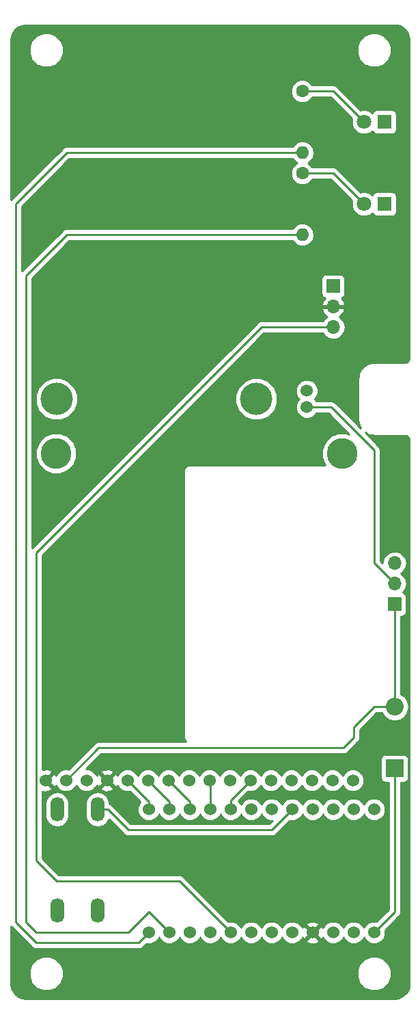
<source format=gbr>
G04 #@! TF.GenerationSoftware,KiCad,Pcbnew,(5.0.0-3-g5ebb6b6)*
G04 #@! TF.CreationDate,2018-09-18T11:26:02-04:00*
G04 #@! TF.ProjectId,mapH,6D6170482E6B696361645F7063620000,rev?*
G04 #@! TF.SameCoordinates,Original*
G04 #@! TF.FileFunction,Copper,L1,Top,Signal*
G04 #@! TF.FilePolarity,Positive*
%FSLAX46Y46*%
G04 Gerber Fmt 4.6, Leading zero omitted, Abs format (unit mm)*
G04 Created by KiCad (PCBNEW (5.0.0-3-g5ebb6b6)) date Tuesday, September 18, 2018 at 11:26:02 AM*
%MOMM*%
%LPD*%
G01*
G04 APERTURE LIST*
G04 #@! TA.AperFunction,ComponentPad*
%ADD10R,2.200000X2.200000*%
G04 #@! TD*
G04 #@! TA.AperFunction,ComponentPad*
%ADD11O,2.200000X2.200000*%
G04 #@! TD*
G04 #@! TA.AperFunction,ComponentPad*
%ADD12R,1.800000X1.800000*%
G04 #@! TD*
G04 #@! TA.AperFunction,ComponentPad*
%ADD13C,1.800000*%
G04 #@! TD*
G04 #@! TA.AperFunction,ComponentPad*
%ADD14C,1.524000*%
G04 #@! TD*
G04 #@! TA.AperFunction,ComponentPad*
%ADD15C,1.600000*%
G04 #@! TD*
G04 #@! TA.AperFunction,ComponentPad*
%ADD16O,1.600000X1.600000*%
G04 #@! TD*
G04 #@! TA.AperFunction,ComponentPad*
%ADD17O,1.727200X3.048000*%
G04 #@! TD*
G04 #@! TA.AperFunction,ComponentPad*
%ADD18C,3.810000*%
G04 #@! TD*
G04 #@! TA.AperFunction,WasherPad*
%ADD19C,4.000000*%
G04 #@! TD*
G04 #@! TA.AperFunction,ComponentPad*
%ADD20R,1.700000X1.700000*%
G04 #@! TD*
G04 #@! TA.AperFunction,ComponentPad*
%ADD21O,1.700000X1.700000*%
G04 #@! TD*
G04 #@! TA.AperFunction,Conductor*
%ADD22C,0.250000*%
G04 #@! TD*
G04 #@! TA.AperFunction,Conductor*
%ADD23C,0.254000*%
G04 #@! TD*
G04 APERTURE END LIST*
D10*
G04 #@! TO.P,D1,1*
G04 #@! TO.N,Net-(D1-Pad1)*
X172720000Y-125730000D03*
D11*
G04 #@! TO.P,D1,2*
G04 #@! TO.N,BAT+*
X172720000Y-118110000D03*
G04 #@! TD*
D12*
G04 #@! TO.P,D2,1*
G04 #@! TO.N,GND*
X171450000Y-55880000D03*
D13*
G04 #@! TO.P,D2,2*
G04 #@! TO.N,Net-(D2-Pad2)*
X168910000Y-55880000D03*
G04 #@! TD*
D12*
G04 #@! TO.P,D3,1*
G04 #@! TO.N,GND*
X171450000Y-45720000D03*
D13*
G04 #@! TO.P,D3,2*
G04 #@! TO.N,Net-(D3-Pad2)*
X168910000Y-45720000D03*
G04 #@! TD*
D14*
G04 #@! TO.P,J2,2*
G04 #@! TO.N,GND*
X161830000Y-79010000D03*
G04 #@! TO.P,J2,1*
G04 #@! TO.N,Net-(J2-Pad1)*
X161830000Y-81010000D03*
G04 #@! TD*
D15*
G04 #@! TO.P,R1,1*
G04 #@! TO.N,Net-(D2-Pad2)*
X161290000Y-52070000D03*
D16*
G04 #@! TO.P,R1,2*
G04 #@! TO.N,Net-(R1-Pad2)*
X161290000Y-59690000D03*
G04 #@! TD*
D15*
G04 #@! TO.P,R2,1*
G04 #@! TO.N,Net-(D3-Pad2)*
X161290000Y-41910000D03*
D16*
G04 #@! TO.P,R2,2*
G04 #@! TO.N,Net-(R2-Pad2)*
X161290000Y-49530000D03*
G04 #@! TD*
D17*
G04 #@! TO.P,S2,1*
G04 #@! TO.N,INT0*
X135890000Y-143310000D03*
G04 #@! TO.P,S2,2*
G04 #@! TO.N,GND*
X130890000Y-143310000D03*
G04 #@! TO.P,S2,1*
G04 #@! TO.N,INT0*
X135890000Y-130810000D03*
G04 #@! TO.P,S2,2*
G04 #@! TO.N,GND*
X130890000Y-130810000D03*
G04 #@! TD*
D18*
G04 #@! TO.P,U1,18*
G04 #@! TO.N,N/C*
X166251100Y-86753600D03*
D14*
G04 #@! TO.P,U1,1*
G04 #@! TO.N,VCC*
X129451100Y-127228600D03*
G04 #@! TO.P,U1,2*
G04 #@! TO.N,BAT+*
X131991100Y-127228600D03*
G04 #@! TO.P,U1,3*
G04 #@! TO.N,GND*
X134531100Y-127228600D03*
G04 #@! TO.P,U1,4*
G04 #@! TO.N,VCC*
X137071100Y-127228600D03*
G04 #@! TO.P,U1,5*
G04 #@! TO.N,Net-(U1-Pad5)*
X139611100Y-127228600D03*
G04 #@! TO.P,U1,6*
G04 #@! TO.N,Net-(U1-Pad6)*
X142151100Y-127228600D03*
G04 #@! TO.P,U1,7*
G04 #@! TO.N,Net-(U1-Pad7)*
X144691100Y-127228600D03*
G04 #@! TO.P,U1,8*
G04 #@! TO.N,Net-(U1-Pad8)*
X147231100Y-127228600D03*
G04 #@! TO.P,U1,9*
G04 #@! TO.N,Net-(U1-Pad9)*
X149771100Y-127228600D03*
G04 #@! TO.P,U1,10*
G04 #@! TO.N,Net-(U1-Pad10)*
X152311100Y-127228600D03*
G04 #@! TO.P,U1,11*
G04 #@! TO.N,Net-(U1-Pad11)*
X154851100Y-127228600D03*
G04 #@! TO.P,U1,12*
G04 #@! TO.N,Net-(U1-Pad12)*
X157391100Y-127228600D03*
G04 #@! TO.P,U1,13*
G04 #@! TO.N,Net-(U1-Pad13)*
X159931100Y-127228600D03*
G04 #@! TO.P,U1,14*
G04 #@! TO.N,Net-(U1-Pad14)*
X162471100Y-127228600D03*
G04 #@! TO.P,U1,15*
G04 #@! TO.N,Net-(U1-Pad15)*
X165011100Y-127228600D03*
G04 #@! TO.P,U1,16*
G04 #@! TO.N,Net-(U1-Pad16)*
X167551100Y-127228600D03*
D18*
G04 #@! TO.P,U1,17*
G04 #@! TO.N,N/C*
X130751100Y-86753600D03*
G04 #@! TD*
D19*
G04 #@! TO.P,REF\002A\002A,*
G04 #@! TO.N,*
X130810000Y-80010000D03*
X155575000Y-80010000D03*
G04 #@! TD*
D20*
G04 #@! TO.P,J1,1*
G04 #@! TO.N,GND*
X165100000Y-66040000D03*
D21*
G04 #@! TO.P,J1,2*
G04 #@! TO.N,VCC*
X165100000Y-68580000D03*
G04 #@! TO.P,J1,3*
G04 #@! TO.N,Net-(J1-Pad3)*
X165100000Y-71120000D03*
G04 #@! TD*
D20*
G04 #@! TO.P,S1,1*
G04 #@! TO.N,BAT+*
X172720000Y-105410000D03*
D21*
G04 #@! TO.P,S1,2*
G04 #@! TO.N,Net-(J2-Pad1)*
X172720000Y-102870000D03*
G04 #@! TO.P,S1,3*
G04 #@! TO.N,Net-(S1-Pad3)*
X172720000Y-100330000D03*
G04 #@! TD*
D14*
G04 #@! TO.P,uP1,7*
G04 #@! TO.N,Net-(uP1-Pad7)*
X170180000Y-130810000D03*
G04 #@! TO.P,uP1,8*
G04 #@! TO.N,Net-(uP1-Pad8)*
X167640000Y-130810000D03*
G04 #@! TO.P,uP1,9*
G04 #@! TO.N,Net-(uP1-Pad9)*
X165100000Y-130810000D03*
G04 #@! TO.P,uP1,10*
G04 #@! TO.N,GND*
X162560000Y-130810000D03*
G04 #@! TO.P,uP1,11*
G04 #@! TO.N,INT0*
X160020000Y-130810000D03*
G04 #@! TO.P,uP1,12*
G04 #@! TO.N,Net-(uP1-Pad12)*
X157480000Y-130810000D03*
G04 #@! TO.P,uP1,13*
G04 #@! TO.N,Net-(uP1-Pad13)*
X154940000Y-130810000D03*
G04 #@! TO.P,uP1,14*
G04 #@! TO.N,Net-(U1-Pad11)*
X152400000Y-130810000D03*
G04 #@! TO.P,uP1,15*
G04 #@! TO.N,Net-(U1-Pad9)*
X149860000Y-130810000D03*
G04 #@! TO.P,uP1,16*
G04 #@! TO.N,Net-(U1-Pad7)*
X147320000Y-130810000D03*
G04 #@! TO.P,uP1,17*
G04 #@! TO.N,Net-(U1-Pad6)*
X144780000Y-130810000D03*
G04 #@! TO.P,uP1,18*
G04 #@! TO.N,Net-(U1-Pad5)*
X142240000Y-130810000D03*
G04 #@! TO.P,uP1,30*
G04 #@! TO.N,Net-(R2-Pad2)*
X142240000Y-146050000D03*
G04 #@! TO.P,uP1,29*
G04 #@! TO.N,Net-(R1-Pad2)*
X144780000Y-146050000D03*
G04 #@! TO.P,uP1,28*
G04 #@! TO.N,Net-(uP1-Pad28)*
X147320000Y-146050000D03*
G04 #@! TO.P,uP1,27*
G04 #@! TO.N,Net-(uP1-Pad27)*
X149860000Y-146050000D03*
G04 #@! TO.P,uP1,26*
G04 #@! TO.N,Net-(J1-Pad3)*
X152400000Y-146050000D03*
G04 #@! TO.P,uP1,25*
G04 #@! TO.N,Net-(uP1-Pad25)*
X154940000Y-146050000D03*
G04 #@! TO.P,uP1,24*
G04 #@! TO.N,Net-(uP1-Pad24)*
X157480000Y-146050000D03*
G04 #@! TO.P,uP1,23*
G04 #@! TO.N,Net-(uP1-Pad23)*
X160020000Y-146050000D03*
G04 #@! TO.P,uP1,22*
G04 #@! TO.N,VCC*
X162560000Y-146050000D03*
G04 #@! TO.P,uP1,21*
G04 #@! TO.N,Net-(uP1-Pad21)*
X165100000Y-146050000D03*
G04 #@! TO.P,uP1,20*
G04 #@! TO.N,GND*
X167640000Y-146050000D03*
G04 #@! TO.P,uP1,19*
G04 #@! TO.N,Net-(D1-Pad1)*
X170180000Y-146050000D03*
G04 #@! TD*
D22*
G04 #@! TO.N,Net-(D2-Pad2)*
X161290000Y-52070000D02*
X165100000Y-52070000D01*
X165100000Y-52070000D02*
X168910000Y-55880000D01*
G04 #@! TO.N,Net-(D3-Pad2)*
X161290000Y-41910000D02*
X165100000Y-41910000D01*
X165100000Y-41910000D02*
X168910000Y-45720000D01*
G04 #@! TO.N,Net-(J1-Pad3)*
X152400000Y-146050000D02*
X146050000Y-139700000D01*
X156210000Y-71120000D02*
X165100000Y-71120000D01*
X128270000Y-99060000D02*
X156210000Y-71120000D01*
X128270000Y-137160000D02*
X128270000Y-99060000D01*
X130810000Y-139700000D02*
X128270000Y-137160000D01*
X140970000Y-139700000D02*
X130810000Y-139700000D01*
X140970000Y-139700000D02*
X146050000Y-139700000D01*
G04 #@! TO.N,Net-(J2-Pad1)*
X161830000Y-81010000D02*
X164830000Y-81010000D01*
X170180000Y-100330000D02*
X172720000Y-102870000D01*
X170180000Y-86360000D02*
X170180000Y-100330000D01*
X164830000Y-81010000D02*
X170180000Y-86360000D01*
G04 #@! TO.N,Net-(R1-Pad2)*
X161290000Y-59690000D02*
X132080000Y-59690000D01*
X142240000Y-143510000D02*
X144780000Y-146050000D01*
X139700000Y-146050000D02*
X142240000Y-143510000D01*
X128270000Y-146050000D02*
X139700000Y-146050000D01*
X127000000Y-144780000D02*
X128270000Y-146050000D01*
X127000000Y-64770000D02*
X127000000Y-144780000D01*
X132080000Y-59690000D02*
X127000000Y-64770000D01*
G04 #@! TO.N,Net-(R2-Pad2)*
X161290000Y-49530000D02*
X132080000Y-49530000D01*
X140970000Y-147320000D02*
X142240000Y-146050000D01*
X128270000Y-147320000D02*
X140970000Y-147320000D01*
X125730000Y-144780000D02*
X128270000Y-147320000D01*
X125730000Y-55880000D02*
X125730000Y-144780000D01*
X132080000Y-49530000D02*
X125730000Y-55880000D01*
G04 #@! TO.N,INT0*
X135890000Y-130810000D02*
X137160000Y-130810000D01*
X157480000Y-133350000D02*
X160020000Y-130810000D01*
X139700000Y-133350000D02*
X157480000Y-133350000D01*
X137160000Y-130810000D02*
X139700000Y-133350000D01*
X135890000Y-143310000D02*
X135890000Y-143510000D01*
G04 #@! TO.N,Net-(U1-Pad5)*
X142240000Y-130810000D02*
X142240000Y-129857500D01*
X142240000Y-129857500D02*
X139611100Y-127228600D01*
G04 #@! TO.N,Net-(U1-Pad6)*
X144780000Y-130810000D02*
X144780000Y-129857500D01*
X144780000Y-129857500D02*
X142151100Y-127228600D01*
G04 #@! TO.N,Net-(U1-Pad7)*
X147320000Y-130810000D02*
X147320000Y-129857500D01*
X147320000Y-129857500D02*
X144691100Y-127228600D01*
G04 #@! TO.N,Net-(U1-Pad9)*
X149860000Y-130810000D02*
X149860000Y-127317500D01*
X149860000Y-127317500D02*
X149771100Y-127228600D01*
G04 #@! TO.N,Net-(U1-Pad11)*
X152400000Y-130810000D02*
X152400000Y-129679700D01*
X152400000Y-129679700D02*
X154851100Y-127228600D01*
G04 #@! TO.N,BAT+*
X172720000Y-118110000D02*
X170180000Y-118110000D01*
X136029700Y-123190000D02*
X131991100Y-127228600D01*
X166370000Y-123190000D02*
X136029700Y-123190000D01*
X167640000Y-121920000D02*
X166370000Y-123190000D01*
X167640000Y-120650000D02*
X167640000Y-121920000D01*
X170180000Y-118110000D02*
X167640000Y-120650000D01*
X172720000Y-118110000D02*
X172720000Y-105410000D01*
G04 #@! TO.N,Net-(D1-Pad1)*
X172720000Y-125730000D02*
X172720000Y-143510000D01*
X172720000Y-143510000D02*
X170180000Y-146050000D01*
G04 #@! TD*
D23*
G04 #@! TO.N,VCC*
G36*
X173173698Y-33792958D02*
X173598893Y-33961305D01*
X173968858Y-34230101D01*
X174260356Y-34582462D01*
X174455067Y-34996244D01*
X174547093Y-35478662D01*
X174550000Y-35571165D01*
X174550001Y-38030074D01*
X174550000Y-40709925D01*
X174550001Y-40709930D01*
X174550000Y-74867881D01*
X174505935Y-75117787D01*
X174410596Y-75282919D01*
X174264524Y-75405488D01*
X174055532Y-75481555D01*
X173959004Y-75490000D01*
X170110074Y-75490000D01*
X170079507Y-75496080D01*
X169897587Y-75511996D01*
X169807990Y-75536003D01*
X169716632Y-75552112D01*
X169302165Y-75702966D01*
X169088621Y-75826256D01*
X169088620Y-75826257D01*
X168750744Y-76109769D01*
X168599319Y-76290231D01*
X168592247Y-76298659D01*
X168371714Y-76680632D01*
X168371711Y-76680635D01*
X168287376Y-76912344D01*
X168212122Y-77339135D01*
X168200000Y-77400075D01*
X168200001Y-82619926D01*
X168206079Y-82650484D01*
X168221996Y-82832413D01*
X168246003Y-82922010D01*
X168262112Y-83013368D01*
X168412965Y-83427830D01*
X168412966Y-83427835D01*
X168536257Y-83641380D01*
X168536650Y-83641849D01*
X165420331Y-80525530D01*
X165377929Y-80462071D01*
X165126537Y-80294096D01*
X164904852Y-80250000D01*
X164904847Y-80250000D01*
X164830000Y-80235112D01*
X164755153Y-80250000D01*
X163027300Y-80250000D01*
X163014320Y-80218663D01*
X162805657Y-80010000D01*
X163014320Y-79801337D01*
X163227000Y-79287881D01*
X163227000Y-78732119D01*
X163014320Y-78218663D01*
X162621337Y-77825680D01*
X162107881Y-77613000D01*
X161552119Y-77613000D01*
X161038663Y-77825680D01*
X160645680Y-78218663D01*
X160433000Y-78732119D01*
X160433000Y-79287881D01*
X160645680Y-79801337D01*
X160854343Y-80010000D01*
X160645680Y-80218663D01*
X160433000Y-80732119D01*
X160433000Y-81287881D01*
X160645680Y-81801337D01*
X161038663Y-82194320D01*
X161552119Y-82407000D01*
X162107881Y-82407000D01*
X162621337Y-82194320D01*
X163014320Y-81801337D01*
X163027300Y-81770000D01*
X164515199Y-81770000D01*
X167101960Y-84356761D01*
X166756338Y-84213600D01*
X165745862Y-84213600D01*
X164812305Y-84600292D01*
X164097792Y-85314805D01*
X163711100Y-86248362D01*
X163711100Y-87258838D01*
X164096800Y-88190000D01*
X147389926Y-88190000D01*
X147320000Y-88176091D01*
X147250075Y-88190000D01*
X147250074Y-88190000D01*
X147042972Y-88231195D01*
X146808119Y-88388119D01*
X146651195Y-88622972D01*
X146596091Y-88900000D01*
X146610001Y-88969931D01*
X146610000Y-121850074D01*
X146596091Y-121920000D01*
X146651195Y-122197028D01*
X146806862Y-122430000D01*
X136104547Y-122430000D01*
X136029700Y-122415112D01*
X135954853Y-122430000D01*
X135954848Y-122430000D01*
X135733163Y-122474096D01*
X135481771Y-122642071D01*
X135439371Y-122705527D01*
X132300318Y-125844580D01*
X132268981Y-125831600D01*
X131713219Y-125831600D01*
X131199763Y-126044280D01*
X130806780Y-126437263D01*
X130727672Y-126628247D01*
X130673497Y-126497457D01*
X130431313Y-126427992D01*
X129630705Y-127228600D01*
X130431313Y-128029208D01*
X130673497Y-127959743D01*
X130723635Y-127819207D01*
X130806780Y-128019937D01*
X131199763Y-128412920D01*
X131713219Y-128625600D01*
X132268981Y-128625600D01*
X132782437Y-128412920D01*
X133175420Y-128019937D01*
X133261100Y-127813087D01*
X133346780Y-128019937D01*
X133739763Y-128412920D01*
X134253219Y-128625600D01*
X134808981Y-128625600D01*
X135322437Y-128412920D01*
X135526544Y-128208813D01*
X136270492Y-128208813D01*
X136339957Y-128450997D01*
X136863402Y-128637744D01*
X137418468Y-128609962D01*
X137802243Y-128450997D01*
X137871708Y-128208813D01*
X137071100Y-127408205D01*
X136270492Y-128208813D01*
X135526544Y-128208813D01*
X135715420Y-128019937D01*
X135794528Y-127828953D01*
X135848703Y-127959743D01*
X136090887Y-128029208D01*
X136891495Y-127228600D01*
X136090887Y-126427992D01*
X135848703Y-126497457D01*
X135798565Y-126637993D01*
X135715420Y-126437263D01*
X135526544Y-126248387D01*
X136270492Y-126248387D01*
X137071100Y-127048995D01*
X137871708Y-126248387D01*
X137802243Y-126006203D01*
X137278798Y-125819456D01*
X136723732Y-125847238D01*
X136339957Y-126006203D01*
X136270492Y-126248387D01*
X135526544Y-126248387D01*
X135322437Y-126044280D01*
X134808981Y-125831600D01*
X134462901Y-125831600D01*
X136344502Y-123950000D01*
X166295153Y-123950000D01*
X166370000Y-123964888D01*
X166444847Y-123950000D01*
X166444852Y-123950000D01*
X166666537Y-123905904D01*
X166917929Y-123737929D01*
X166960331Y-123674470D01*
X168124473Y-122510329D01*
X168187929Y-122467929D01*
X168355904Y-122216537D01*
X168400000Y-121994852D01*
X168400000Y-121994848D01*
X168414888Y-121920001D01*
X168400000Y-121845154D01*
X168400000Y-120964801D01*
X170494803Y-118870000D01*
X171141150Y-118870000D01*
X171469135Y-119360865D01*
X172043037Y-119744334D01*
X172549120Y-119845000D01*
X172890880Y-119845000D01*
X173396963Y-119744334D01*
X173970865Y-119360865D01*
X174354334Y-118786963D01*
X174488990Y-118110000D01*
X174354334Y-117433037D01*
X173970865Y-116859135D01*
X173480000Y-116531150D01*
X173480000Y-106907440D01*
X173570000Y-106907440D01*
X173817765Y-106858157D01*
X174027809Y-106717809D01*
X174168157Y-106507765D01*
X174217440Y-106260000D01*
X174217440Y-104560000D01*
X174168157Y-104312235D01*
X174027809Y-104102191D01*
X173817765Y-103961843D01*
X173772381Y-103952816D01*
X173790625Y-103940625D01*
X174118839Y-103449418D01*
X174234092Y-102870000D01*
X174118839Y-102290582D01*
X173790625Y-101799375D01*
X173492239Y-101600000D01*
X173790625Y-101400625D01*
X174118839Y-100909418D01*
X174234092Y-100330000D01*
X174118839Y-99750582D01*
X173790625Y-99259375D01*
X173299418Y-98931161D01*
X172866256Y-98845000D01*
X172573744Y-98845000D01*
X172140582Y-98931161D01*
X171649375Y-99259375D01*
X171321161Y-99750582D01*
X171214020Y-100289219D01*
X170940000Y-100015199D01*
X170940000Y-86434848D01*
X170954888Y-86360000D01*
X170940000Y-86285152D01*
X170940000Y-86285148D01*
X170895904Y-86063463D01*
X170727929Y-85812071D01*
X170664473Y-85769671D01*
X169065197Y-84170396D01*
X169390632Y-84358287D01*
X169390633Y-84358287D01*
X169390635Y-84358289D01*
X169622344Y-84442624D01*
X170049119Y-84517875D01*
X170110074Y-84530000D01*
X173927881Y-84530000D01*
X174177787Y-84574065D01*
X174342920Y-84669405D01*
X174465488Y-84815477D01*
X174541555Y-85024465D01*
X174550000Y-85120996D01*
X174550001Y-148520074D01*
X174550000Y-151060074D01*
X174550000Y-151060075D01*
X174550001Y-152355326D01*
X174487042Y-152853699D01*
X174318697Y-153278889D01*
X174049899Y-153648859D01*
X173697541Y-153940355D01*
X173283756Y-154135067D01*
X172801339Y-154227093D01*
X172708836Y-154230000D01*
X127044667Y-154230000D01*
X126546301Y-154167042D01*
X126121111Y-153998697D01*
X125751141Y-153729899D01*
X125459645Y-153377541D01*
X125264933Y-152963756D01*
X125172907Y-152481339D01*
X125170000Y-152388836D01*
X125170000Y-150705322D01*
X127405000Y-150705322D01*
X127405000Y-151554678D01*
X127730034Y-152339380D01*
X128330620Y-152939966D01*
X129115322Y-153265000D01*
X129964678Y-153265000D01*
X130749380Y-152939966D01*
X131349966Y-152339380D01*
X131675000Y-151554678D01*
X131675000Y-150705322D01*
X168045000Y-150705322D01*
X168045000Y-151554678D01*
X168370034Y-152339380D01*
X168970620Y-152939966D01*
X169755322Y-153265000D01*
X170604678Y-153265000D01*
X171389380Y-152939966D01*
X171989966Y-152339380D01*
X172315000Y-151554678D01*
X172315000Y-150705322D01*
X171989966Y-149920620D01*
X171389380Y-149320034D01*
X170604678Y-148995000D01*
X169755322Y-148995000D01*
X168970620Y-149320034D01*
X168370034Y-149920620D01*
X168045000Y-150705322D01*
X131675000Y-150705322D01*
X131349966Y-149920620D01*
X130749380Y-149320034D01*
X129964678Y-148995000D01*
X129115322Y-148995000D01*
X128330620Y-149320034D01*
X127730034Y-149920620D01*
X127405000Y-150705322D01*
X125170000Y-150705322D01*
X125170000Y-145309862D01*
X125182072Y-145327929D01*
X125245528Y-145370329D01*
X127679673Y-147804476D01*
X127722071Y-147867929D01*
X127785524Y-147910327D01*
X127785526Y-147910329D01*
X127910902Y-147994102D01*
X127973463Y-148035904D01*
X128195148Y-148080000D01*
X128195152Y-148080000D01*
X128269999Y-148094888D01*
X128344846Y-148080000D01*
X140895153Y-148080000D01*
X140970000Y-148094888D01*
X141044847Y-148080000D01*
X141044852Y-148080000D01*
X141266537Y-148035904D01*
X141517929Y-147867929D01*
X141560331Y-147804470D01*
X141930782Y-147434020D01*
X141962119Y-147447000D01*
X142517881Y-147447000D01*
X143031337Y-147234320D01*
X143424320Y-146841337D01*
X143510000Y-146634487D01*
X143595680Y-146841337D01*
X143988663Y-147234320D01*
X144502119Y-147447000D01*
X145057881Y-147447000D01*
X145571337Y-147234320D01*
X145964320Y-146841337D01*
X146050000Y-146634487D01*
X146135680Y-146841337D01*
X146528663Y-147234320D01*
X147042119Y-147447000D01*
X147597881Y-147447000D01*
X148111337Y-147234320D01*
X148504320Y-146841337D01*
X148590000Y-146634487D01*
X148675680Y-146841337D01*
X149068663Y-147234320D01*
X149582119Y-147447000D01*
X150137881Y-147447000D01*
X150651337Y-147234320D01*
X151044320Y-146841337D01*
X151130000Y-146634487D01*
X151215680Y-146841337D01*
X151608663Y-147234320D01*
X152122119Y-147447000D01*
X152677881Y-147447000D01*
X153191337Y-147234320D01*
X153584320Y-146841337D01*
X153670000Y-146634487D01*
X153755680Y-146841337D01*
X154148663Y-147234320D01*
X154662119Y-147447000D01*
X155217881Y-147447000D01*
X155731337Y-147234320D01*
X156124320Y-146841337D01*
X156210000Y-146634487D01*
X156295680Y-146841337D01*
X156688663Y-147234320D01*
X157202119Y-147447000D01*
X157757881Y-147447000D01*
X158271337Y-147234320D01*
X158664320Y-146841337D01*
X158750000Y-146634487D01*
X158835680Y-146841337D01*
X159228663Y-147234320D01*
X159742119Y-147447000D01*
X160297881Y-147447000D01*
X160811337Y-147234320D01*
X161015444Y-147030213D01*
X161759392Y-147030213D01*
X161828857Y-147272397D01*
X162352302Y-147459144D01*
X162907368Y-147431362D01*
X163291143Y-147272397D01*
X163360608Y-147030213D01*
X162560000Y-146229605D01*
X161759392Y-147030213D01*
X161015444Y-147030213D01*
X161204320Y-146841337D01*
X161283428Y-146650353D01*
X161337603Y-146781143D01*
X161579787Y-146850608D01*
X162380395Y-146050000D01*
X162739605Y-146050000D01*
X163540213Y-146850608D01*
X163782397Y-146781143D01*
X163832535Y-146640607D01*
X163915680Y-146841337D01*
X164308663Y-147234320D01*
X164822119Y-147447000D01*
X165377881Y-147447000D01*
X165891337Y-147234320D01*
X166284320Y-146841337D01*
X166370000Y-146634487D01*
X166455680Y-146841337D01*
X166848663Y-147234320D01*
X167362119Y-147447000D01*
X167917881Y-147447000D01*
X168431337Y-147234320D01*
X168824320Y-146841337D01*
X168910000Y-146634487D01*
X168995680Y-146841337D01*
X169388663Y-147234320D01*
X169902119Y-147447000D01*
X170457881Y-147447000D01*
X170971337Y-147234320D01*
X171364320Y-146841337D01*
X171577000Y-146327881D01*
X171577000Y-145772119D01*
X171564020Y-145740782D01*
X173204476Y-144100327D01*
X173267929Y-144057929D01*
X173310327Y-143994476D01*
X173310329Y-143994474D01*
X173435903Y-143806538D01*
X173435904Y-143806537D01*
X173480000Y-143584852D01*
X173480000Y-143584848D01*
X173494888Y-143510001D01*
X173480000Y-143435154D01*
X173480000Y-127477440D01*
X173820000Y-127477440D01*
X174067765Y-127428157D01*
X174277809Y-127287809D01*
X174418157Y-127077765D01*
X174467440Y-126830000D01*
X174467440Y-124630000D01*
X174418157Y-124382235D01*
X174277809Y-124172191D01*
X174067765Y-124031843D01*
X173820000Y-123982560D01*
X171620000Y-123982560D01*
X171372235Y-124031843D01*
X171162191Y-124172191D01*
X171021843Y-124382235D01*
X170972560Y-124630000D01*
X170972560Y-126830000D01*
X171021843Y-127077765D01*
X171162191Y-127287809D01*
X171372235Y-127428157D01*
X171620000Y-127477440D01*
X171960000Y-127477440D01*
X171960001Y-143195196D01*
X170489218Y-144665980D01*
X170457881Y-144653000D01*
X169902119Y-144653000D01*
X169388663Y-144865680D01*
X168995680Y-145258663D01*
X168910000Y-145465513D01*
X168824320Y-145258663D01*
X168431337Y-144865680D01*
X167917881Y-144653000D01*
X167362119Y-144653000D01*
X166848663Y-144865680D01*
X166455680Y-145258663D01*
X166370000Y-145465513D01*
X166284320Y-145258663D01*
X165891337Y-144865680D01*
X165377881Y-144653000D01*
X164822119Y-144653000D01*
X164308663Y-144865680D01*
X163915680Y-145258663D01*
X163836572Y-145449647D01*
X163782397Y-145318857D01*
X163540213Y-145249392D01*
X162739605Y-146050000D01*
X162380395Y-146050000D01*
X161579787Y-145249392D01*
X161337603Y-145318857D01*
X161287465Y-145459393D01*
X161204320Y-145258663D01*
X161015444Y-145069787D01*
X161759392Y-145069787D01*
X162560000Y-145870395D01*
X163360608Y-145069787D01*
X163291143Y-144827603D01*
X162767698Y-144640856D01*
X162212632Y-144668638D01*
X161828857Y-144827603D01*
X161759392Y-145069787D01*
X161015444Y-145069787D01*
X160811337Y-144865680D01*
X160297881Y-144653000D01*
X159742119Y-144653000D01*
X159228663Y-144865680D01*
X158835680Y-145258663D01*
X158750000Y-145465513D01*
X158664320Y-145258663D01*
X158271337Y-144865680D01*
X157757881Y-144653000D01*
X157202119Y-144653000D01*
X156688663Y-144865680D01*
X156295680Y-145258663D01*
X156210000Y-145465513D01*
X156124320Y-145258663D01*
X155731337Y-144865680D01*
X155217881Y-144653000D01*
X154662119Y-144653000D01*
X154148663Y-144865680D01*
X153755680Y-145258663D01*
X153670000Y-145465513D01*
X153584320Y-145258663D01*
X153191337Y-144865680D01*
X152677881Y-144653000D01*
X152122119Y-144653000D01*
X152090782Y-144665980D01*
X146640331Y-139215530D01*
X146597929Y-139152071D01*
X146346537Y-138984096D01*
X146124852Y-138940000D01*
X146124847Y-138940000D01*
X146050000Y-138925112D01*
X145975153Y-138940000D01*
X131124803Y-138940000D01*
X129030000Y-136845199D01*
X129030000Y-130002002D01*
X129391400Y-130002002D01*
X129391400Y-131617997D01*
X129478350Y-132055124D01*
X129809570Y-132550830D01*
X130305275Y-132882050D01*
X130890000Y-132998359D01*
X131474724Y-132882050D01*
X131970430Y-132550830D01*
X132301650Y-132055125D01*
X132388600Y-131617998D01*
X132388600Y-130002002D01*
X134391400Y-130002002D01*
X134391400Y-131617997D01*
X134478350Y-132055124D01*
X134809570Y-132550830D01*
X135305275Y-132882050D01*
X135890000Y-132998359D01*
X136474724Y-132882050D01*
X136970430Y-132550830D01*
X137301650Y-132055125D01*
X137306407Y-132031209D01*
X139109673Y-133834476D01*
X139152071Y-133897929D01*
X139215524Y-133940327D01*
X139215526Y-133940329D01*
X139340902Y-134024102D01*
X139403463Y-134065904D01*
X139625148Y-134110000D01*
X139625152Y-134110000D01*
X139699999Y-134124888D01*
X139774846Y-134110000D01*
X157405153Y-134110000D01*
X157480000Y-134124888D01*
X157554847Y-134110000D01*
X157554852Y-134110000D01*
X157776537Y-134065904D01*
X158027929Y-133897929D01*
X158070331Y-133834470D01*
X159710782Y-132194020D01*
X159742119Y-132207000D01*
X160297881Y-132207000D01*
X160811337Y-131994320D01*
X161204320Y-131601337D01*
X161290000Y-131394487D01*
X161375680Y-131601337D01*
X161768663Y-131994320D01*
X162282119Y-132207000D01*
X162837881Y-132207000D01*
X163351337Y-131994320D01*
X163744320Y-131601337D01*
X163830000Y-131394487D01*
X163915680Y-131601337D01*
X164308663Y-131994320D01*
X164822119Y-132207000D01*
X165377881Y-132207000D01*
X165891337Y-131994320D01*
X166284320Y-131601337D01*
X166370000Y-131394487D01*
X166455680Y-131601337D01*
X166848663Y-131994320D01*
X167362119Y-132207000D01*
X167917881Y-132207000D01*
X168431337Y-131994320D01*
X168824320Y-131601337D01*
X168910000Y-131394487D01*
X168995680Y-131601337D01*
X169388663Y-131994320D01*
X169902119Y-132207000D01*
X170457881Y-132207000D01*
X170971337Y-131994320D01*
X171364320Y-131601337D01*
X171577000Y-131087881D01*
X171577000Y-130532119D01*
X171364320Y-130018663D01*
X170971337Y-129625680D01*
X170457881Y-129413000D01*
X169902119Y-129413000D01*
X169388663Y-129625680D01*
X168995680Y-130018663D01*
X168910000Y-130225513D01*
X168824320Y-130018663D01*
X168431337Y-129625680D01*
X167917881Y-129413000D01*
X167362119Y-129413000D01*
X166848663Y-129625680D01*
X166455680Y-130018663D01*
X166370000Y-130225513D01*
X166284320Y-130018663D01*
X165891337Y-129625680D01*
X165377881Y-129413000D01*
X164822119Y-129413000D01*
X164308663Y-129625680D01*
X163915680Y-130018663D01*
X163830000Y-130225513D01*
X163744320Y-130018663D01*
X163351337Y-129625680D01*
X162837881Y-129413000D01*
X162282119Y-129413000D01*
X161768663Y-129625680D01*
X161375680Y-130018663D01*
X161290000Y-130225513D01*
X161204320Y-130018663D01*
X160811337Y-129625680D01*
X160297881Y-129413000D01*
X159742119Y-129413000D01*
X159228663Y-129625680D01*
X158835680Y-130018663D01*
X158750000Y-130225513D01*
X158664320Y-130018663D01*
X158271337Y-129625680D01*
X157757881Y-129413000D01*
X157202119Y-129413000D01*
X156688663Y-129625680D01*
X156295680Y-130018663D01*
X156210000Y-130225513D01*
X156124320Y-130018663D01*
X155731337Y-129625680D01*
X155217881Y-129413000D01*
X154662119Y-129413000D01*
X154148663Y-129625680D01*
X153755680Y-130018663D01*
X153670000Y-130225513D01*
X153584320Y-130018663D01*
X153360079Y-129794422D01*
X154541882Y-128612620D01*
X154573219Y-128625600D01*
X155128981Y-128625600D01*
X155642437Y-128412920D01*
X156035420Y-128019937D01*
X156121100Y-127813087D01*
X156206780Y-128019937D01*
X156599763Y-128412920D01*
X157113219Y-128625600D01*
X157668981Y-128625600D01*
X158182437Y-128412920D01*
X158575420Y-128019937D01*
X158661100Y-127813087D01*
X158746780Y-128019937D01*
X159139763Y-128412920D01*
X159653219Y-128625600D01*
X160208981Y-128625600D01*
X160722437Y-128412920D01*
X161115420Y-128019937D01*
X161201100Y-127813087D01*
X161286780Y-128019937D01*
X161679763Y-128412920D01*
X162193219Y-128625600D01*
X162748981Y-128625600D01*
X163262437Y-128412920D01*
X163655420Y-128019937D01*
X163741100Y-127813087D01*
X163826780Y-128019937D01*
X164219763Y-128412920D01*
X164733219Y-128625600D01*
X165288981Y-128625600D01*
X165802437Y-128412920D01*
X166195420Y-128019937D01*
X166281100Y-127813087D01*
X166366780Y-128019937D01*
X166759763Y-128412920D01*
X167273219Y-128625600D01*
X167828981Y-128625600D01*
X168342437Y-128412920D01*
X168735420Y-128019937D01*
X168948100Y-127506481D01*
X168948100Y-126950719D01*
X168735420Y-126437263D01*
X168342437Y-126044280D01*
X167828981Y-125831600D01*
X167273219Y-125831600D01*
X166759763Y-126044280D01*
X166366780Y-126437263D01*
X166281100Y-126644113D01*
X166195420Y-126437263D01*
X165802437Y-126044280D01*
X165288981Y-125831600D01*
X164733219Y-125831600D01*
X164219763Y-126044280D01*
X163826780Y-126437263D01*
X163741100Y-126644113D01*
X163655420Y-126437263D01*
X163262437Y-126044280D01*
X162748981Y-125831600D01*
X162193219Y-125831600D01*
X161679763Y-126044280D01*
X161286780Y-126437263D01*
X161201100Y-126644113D01*
X161115420Y-126437263D01*
X160722437Y-126044280D01*
X160208981Y-125831600D01*
X159653219Y-125831600D01*
X159139763Y-126044280D01*
X158746780Y-126437263D01*
X158661100Y-126644113D01*
X158575420Y-126437263D01*
X158182437Y-126044280D01*
X157668981Y-125831600D01*
X157113219Y-125831600D01*
X156599763Y-126044280D01*
X156206780Y-126437263D01*
X156121100Y-126644113D01*
X156035420Y-126437263D01*
X155642437Y-126044280D01*
X155128981Y-125831600D01*
X154573219Y-125831600D01*
X154059763Y-126044280D01*
X153666780Y-126437263D01*
X153581100Y-126644113D01*
X153495420Y-126437263D01*
X153102437Y-126044280D01*
X152588981Y-125831600D01*
X152033219Y-125831600D01*
X151519763Y-126044280D01*
X151126780Y-126437263D01*
X151041100Y-126644113D01*
X150955420Y-126437263D01*
X150562437Y-126044280D01*
X150048981Y-125831600D01*
X149493219Y-125831600D01*
X148979763Y-126044280D01*
X148586780Y-126437263D01*
X148501100Y-126644113D01*
X148415420Y-126437263D01*
X148022437Y-126044280D01*
X147508981Y-125831600D01*
X146953219Y-125831600D01*
X146439763Y-126044280D01*
X146046780Y-126437263D01*
X145961100Y-126644113D01*
X145875420Y-126437263D01*
X145482437Y-126044280D01*
X144968981Y-125831600D01*
X144413219Y-125831600D01*
X143899763Y-126044280D01*
X143506780Y-126437263D01*
X143421100Y-126644113D01*
X143335420Y-126437263D01*
X142942437Y-126044280D01*
X142428981Y-125831600D01*
X141873219Y-125831600D01*
X141359763Y-126044280D01*
X140966780Y-126437263D01*
X140881100Y-126644113D01*
X140795420Y-126437263D01*
X140402437Y-126044280D01*
X139888981Y-125831600D01*
X139333219Y-125831600D01*
X138819763Y-126044280D01*
X138426780Y-126437263D01*
X138347672Y-126628247D01*
X138293497Y-126497457D01*
X138051313Y-126427992D01*
X137250705Y-127228600D01*
X138051313Y-128029208D01*
X138293497Y-127959743D01*
X138343635Y-127819207D01*
X138426780Y-128019937D01*
X138819763Y-128412920D01*
X139333219Y-128625600D01*
X139888981Y-128625600D01*
X139920318Y-128612620D01*
X141191021Y-129883322D01*
X141055680Y-130018663D01*
X140843000Y-130532119D01*
X140843000Y-131087881D01*
X141055680Y-131601337D01*
X141448663Y-131994320D01*
X141962119Y-132207000D01*
X142517881Y-132207000D01*
X143031337Y-131994320D01*
X143424320Y-131601337D01*
X143510000Y-131394487D01*
X143595680Y-131601337D01*
X143988663Y-131994320D01*
X144502119Y-132207000D01*
X145057881Y-132207000D01*
X145571337Y-131994320D01*
X145964320Y-131601337D01*
X146050000Y-131394487D01*
X146135680Y-131601337D01*
X146528663Y-131994320D01*
X147042119Y-132207000D01*
X147597881Y-132207000D01*
X148111337Y-131994320D01*
X148504320Y-131601337D01*
X148590000Y-131394487D01*
X148675680Y-131601337D01*
X149068663Y-131994320D01*
X149582119Y-132207000D01*
X150137881Y-132207000D01*
X150651337Y-131994320D01*
X151044320Y-131601337D01*
X151130000Y-131394487D01*
X151215680Y-131601337D01*
X151608663Y-131994320D01*
X152122119Y-132207000D01*
X152677881Y-132207000D01*
X153191337Y-131994320D01*
X153584320Y-131601337D01*
X153670000Y-131394487D01*
X153755680Y-131601337D01*
X154148663Y-131994320D01*
X154662119Y-132207000D01*
X155217881Y-132207000D01*
X155731337Y-131994320D01*
X156124320Y-131601337D01*
X156210000Y-131394487D01*
X156295680Y-131601337D01*
X156688663Y-131994320D01*
X157202119Y-132207000D01*
X157548199Y-132207000D01*
X157165199Y-132590000D01*
X140014803Y-132590000D01*
X137750331Y-130325530D01*
X137707929Y-130262071D01*
X137456537Y-130094096D01*
X137388600Y-130080582D01*
X137388600Y-130002002D01*
X137301650Y-129564875D01*
X136970430Y-129069170D01*
X136474725Y-128737950D01*
X135890000Y-128621641D01*
X135305276Y-128737950D01*
X134809571Y-129069170D01*
X134478351Y-129564875D01*
X134391400Y-130002002D01*
X132388600Y-130002002D01*
X132301650Y-129564875D01*
X131970430Y-129069170D01*
X131474725Y-128737950D01*
X130890000Y-128621641D01*
X130305276Y-128737950D01*
X129809571Y-129069170D01*
X129478351Y-129564875D01*
X129391400Y-130002002D01*
X129030000Y-130002002D01*
X129030000Y-128561610D01*
X129243402Y-128637744D01*
X129798468Y-128609962D01*
X130182243Y-128450997D01*
X130251708Y-128208813D01*
X129451100Y-127408205D01*
X129436958Y-127422348D01*
X129257353Y-127242743D01*
X129271495Y-127228600D01*
X129257353Y-127214458D01*
X129436958Y-127034853D01*
X129451100Y-127048995D01*
X130251708Y-126248387D01*
X130182243Y-126006203D01*
X129658798Y-125819456D01*
X129103732Y-125847238D01*
X129030000Y-125877779D01*
X129030000Y-99374801D01*
X148918935Y-79485866D01*
X152940000Y-79485866D01*
X152940000Y-80534134D01*
X153341155Y-81502608D01*
X154082392Y-82243845D01*
X155050866Y-82645000D01*
X156099134Y-82645000D01*
X157067608Y-82243845D01*
X157808845Y-81502608D01*
X158210000Y-80534134D01*
X158210000Y-79485866D01*
X157808845Y-78517392D01*
X157067608Y-77776155D01*
X156099134Y-77375000D01*
X155050866Y-77375000D01*
X154082392Y-77776155D01*
X153341155Y-78517392D01*
X152940000Y-79485866D01*
X148918935Y-79485866D01*
X156524802Y-71880000D01*
X163821822Y-71880000D01*
X164029375Y-72190625D01*
X164520582Y-72518839D01*
X164953744Y-72605000D01*
X165246256Y-72605000D01*
X165679418Y-72518839D01*
X166170625Y-72190625D01*
X166498839Y-71699418D01*
X166614092Y-71120000D01*
X166498839Y-70540582D01*
X166170625Y-70049375D01*
X165851522Y-69836157D01*
X165981358Y-69775183D01*
X166371645Y-69346924D01*
X166541476Y-68936890D01*
X166420155Y-68707000D01*
X165227000Y-68707000D01*
X165227000Y-68727000D01*
X164973000Y-68727000D01*
X164973000Y-68707000D01*
X163779845Y-68707000D01*
X163658524Y-68936890D01*
X163828355Y-69346924D01*
X164218642Y-69775183D01*
X164348478Y-69836157D01*
X164029375Y-70049375D01*
X163821822Y-70360000D01*
X156284847Y-70360000D01*
X156210000Y-70345112D01*
X156135153Y-70360000D01*
X156135148Y-70360000D01*
X155913463Y-70404096D01*
X155662071Y-70572071D01*
X155619671Y-70635527D01*
X127785528Y-98469671D01*
X127760000Y-98486728D01*
X127760000Y-86248362D01*
X128211100Y-86248362D01*
X128211100Y-87258838D01*
X128597792Y-88192395D01*
X129312305Y-88906908D01*
X130245862Y-89293600D01*
X131256338Y-89293600D01*
X132189895Y-88906908D01*
X132904408Y-88192395D01*
X133291100Y-87258838D01*
X133291100Y-86248362D01*
X132904408Y-85314805D01*
X132189895Y-84600292D01*
X131256338Y-84213600D01*
X130245862Y-84213600D01*
X129312305Y-84600292D01*
X128597792Y-85314805D01*
X128211100Y-86248362D01*
X127760000Y-86248362D01*
X127760000Y-79485866D01*
X128175000Y-79485866D01*
X128175000Y-80534134D01*
X128576155Y-81502608D01*
X129317392Y-82243845D01*
X130285866Y-82645000D01*
X131334134Y-82645000D01*
X132302608Y-82243845D01*
X133043845Y-81502608D01*
X133445000Y-80534134D01*
X133445000Y-79485866D01*
X133043845Y-78517392D01*
X132302608Y-77776155D01*
X131334134Y-77375000D01*
X130285866Y-77375000D01*
X129317392Y-77776155D01*
X128576155Y-78517392D01*
X128175000Y-79485866D01*
X127760000Y-79485866D01*
X127760000Y-65190000D01*
X163602560Y-65190000D01*
X163602560Y-66890000D01*
X163651843Y-67137765D01*
X163792191Y-67347809D01*
X164002235Y-67488157D01*
X164105708Y-67508739D01*
X163828355Y-67813076D01*
X163658524Y-68223110D01*
X163779845Y-68453000D01*
X164973000Y-68453000D01*
X164973000Y-68433000D01*
X165227000Y-68433000D01*
X165227000Y-68453000D01*
X166420155Y-68453000D01*
X166541476Y-68223110D01*
X166371645Y-67813076D01*
X166094292Y-67508739D01*
X166197765Y-67488157D01*
X166407809Y-67347809D01*
X166548157Y-67137765D01*
X166597440Y-66890000D01*
X166597440Y-65190000D01*
X166548157Y-64942235D01*
X166407809Y-64732191D01*
X166197765Y-64591843D01*
X165950000Y-64542560D01*
X164250000Y-64542560D01*
X164002235Y-64591843D01*
X163792191Y-64732191D01*
X163651843Y-64942235D01*
X163602560Y-65190000D01*
X127760000Y-65190000D01*
X127760000Y-65084801D01*
X132394802Y-60450000D01*
X160071957Y-60450000D01*
X160255423Y-60724577D01*
X160730091Y-61041740D01*
X161148667Y-61125000D01*
X161431333Y-61125000D01*
X161849909Y-61041740D01*
X162324577Y-60724577D01*
X162641740Y-60249909D01*
X162753113Y-59690000D01*
X162641740Y-59130091D01*
X162324577Y-58655423D01*
X161849909Y-58338260D01*
X161431333Y-58255000D01*
X161148667Y-58255000D01*
X160730091Y-58338260D01*
X160255423Y-58655423D01*
X160071957Y-58930000D01*
X132154847Y-58930000D01*
X132080000Y-58915112D01*
X132005153Y-58930000D01*
X132005148Y-58930000D01*
X131783463Y-58974096D01*
X131532071Y-59142071D01*
X131489671Y-59205527D01*
X126515530Y-64179669D01*
X126490000Y-64196728D01*
X126490000Y-56194801D01*
X132394802Y-50290000D01*
X160071957Y-50290000D01*
X160255423Y-50564577D01*
X160607168Y-50799606D01*
X160477138Y-50853466D01*
X160073466Y-51257138D01*
X159855000Y-51784561D01*
X159855000Y-52355439D01*
X160073466Y-52882862D01*
X160477138Y-53286534D01*
X161004561Y-53505000D01*
X161575439Y-53505000D01*
X162102862Y-53286534D01*
X162506534Y-52882862D01*
X162528430Y-52830000D01*
X164785199Y-52830000D01*
X167420360Y-55465162D01*
X167375000Y-55574670D01*
X167375000Y-56185330D01*
X167608690Y-56749507D01*
X168040493Y-57181310D01*
X168604670Y-57415000D01*
X169215330Y-57415000D01*
X169779507Y-57181310D01*
X169948725Y-57012092D01*
X169951843Y-57027765D01*
X170092191Y-57237809D01*
X170302235Y-57378157D01*
X170550000Y-57427440D01*
X172350000Y-57427440D01*
X172597765Y-57378157D01*
X172807809Y-57237809D01*
X172948157Y-57027765D01*
X172997440Y-56780000D01*
X172997440Y-54980000D01*
X172948157Y-54732235D01*
X172807809Y-54522191D01*
X172597765Y-54381843D01*
X172350000Y-54332560D01*
X170550000Y-54332560D01*
X170302235Y-54381843D01*
X170092191Y-54522191D01*
X169951843Y-54732235D01*
X169948725Y-54747908D01*
X169779507Y-54578690D01*
X169215330Y-54345000D01*
X168604670Y-54345000D01*
X168495162Y-54390360D01*
X165690331Y-51585530D01*
X165647929Y-51522071D01*
X165396537Y-51354096D01*
X165174852Y-51310000D01*
X165174847Y-51310000D01*
X165100000Y-51295112D01*
X165025153Y-51310000D01*
X162528430Y-51310000D01*
X162506534Y-51257138D01*
X162102862Y-50853466D01*
X161972832Y-50799606D01*
X162324577Y-50564577D01*
X162641740Y-50089909D01*
X162753113Y-49530000D01*
X162641740Y-48970091D01*
X162324577Y-48495423D01*
X161849909Y-48178260D01*
X161431333Y-48095000D01*
X161148667Y-48095000D01*
X160730091Y-48178260D01*
X160255423Y-48495423D01*
X160071957Y-48770000D01*
X132154846Y-48770000D01*
X132079999Y-48755112D01*
X132005152Y-48770000D01*
X132005148Y-48770000D01*
X131783463Y-48814096D01*
X131532071Y-48982071D01*
X131489671Y-49045527D01*
X125245530Y-55289669D01*
X125182071Y-55332071D01*
X125170000Y-55350137D01*
X125170000Y-41624561D01*
X159855000Y-41624561D01*
X159855000Y-42195439D01*
X160073466Y-42722862D01*
X160477138Y-43126534D01*
X161004561Y-43345000D01*
X161575439Y-43345000D01*
X162102862Y-43126534D01*
X162506534Y-42722862D01*
X162528430Y-42670000D01*
X164785199Y-42670000D01*
X167420360Y-45305162D01*
X167375000Y-45414670D01*
X167375000Y-46025330D01*
X167608690Y-46589507D01*
X168040493Y-47021310D01*
X168604670Y-47255000D01*
X169215330Y-47255000D01*
X169779507Y-47021310D01*
X169948725Y-46852092D01*
X169951843Y-46867765D01*
X170092191Y-47077809D01*
X170302235Y-47218157D01*
X170550000Y-47267440D01*
X172350000Y-47267440D01*
X172597765Y-47218157D01*
X172807809Y-47077809D01*
X172948157Y-46867765D01*
X172997440Y-46620000D01*
X172997440Y-44820000D01*
X172948157Y-44572235D01*
X172807809Y-44362191D01*
X172597765Y-44221843D01*
X172350000Y-44172560D01*
X170550000Y-44172560D01*
X170302235Y-44221843D01*
X170092191Y-44362191D01*
X169951843Y-44572235D01*
X169948725Y-44587908D01*
X169779507Y-44418690D01*
X169215330Y-44185000D01*
X168604670Y-44185000D01*
X168495162Y-44230360D01*
X165690331Y-41425530D01*
X165647929Y-41362071D01*
X165396537Y-41194096D01*
X165174852Y-41150000D01*
X165174847Y-41150000D01*
X165100000Y-41135112D01*
X165025153Y-41150000D01*
X162528430Y-41150000D01*
X162506534Y-41097138D01*
X162102862Y-40693466D01*
X161575439Y-40475000D01*
X161004561Y-40475000D01*
X160477138Y-40693466D01*
X160073466Y-41097138D01*
X159855000Y-41624561D01*
X125170000Y-41624561D01*
X125170000Y-36405322D01*
X127405000Y-36405322D01*
X127405000Y-37254678D01*
X127730034Y-38039380D01*
X128330620Y-38639966D01*
X129115322Y-38965000D01*
X129964678Y-38965000D01*
X130749380Y-38639966D01*
X131349966Y-38039380D01*
X131675000Y-37254678D01*
X131675000Y-36405322D01*
X168045000Y-36405322D01*
X168045000Y-37254678D01*
X168370034Y-38039380D01*
X168970620Y-38639966D01*
X169755322Y-38965000D01*
X170604678Y-38965000D01*
X171389380Y-38639966D01*
X171989966Y-38039380D01*
X172315000Y-37254678D01*
X172315000Y-36405322D01*
X171989966Y-35620620D01*
X171389380Y-35020034D01*
X170604678Y-34695000D01*
X169755322Y-34695000D01*
X168970620Y-35020034D01*
X168370034Y-35620620D01*
X168045000Y-36405322D01*
X131675000Y-36405322D01*
X131349966Y-35620620D01*
X130749380Y-35020034D01*
X129964678Y-34695000D01*
X129115322Y-34695000D01*
X128330620Y-35020034D01*
X127730034Y-35620620D01*
X127405000Y-36405322D01*
X125170000Y-36405322D01*
X125170000Y-35604666D01*
X125232958Y-35106302D01*
X125401305Y-34681107D01*
X125670101Y-34311142D01*
X126022462Y-34019644D01*
X126436244Y-33824933D01*
X126918662Y-33732907D01*
X127011164Y-33730000D01*
X172675334Y-33730000D01*
X173173698Y-33792958D01*
X173173698Y-33792958D01*
G37*
X173173698Y-33792958D02*
X173598893Y-33961305D01*
X173968858Y-34230101D01*
X174260356Y-34582462D01*
X174455067Y-34996244D01*
X174547093Y-35478662D01*
X174550000Y-35571165D01*
X174550001Y-38030074D01*
X174550000Y-40709925D01*
X174550001Y-40709930D01*
X174550000Y-74867881D01*
X174505935Y-75117787D01*
X174410596Y-75282919D01*
X174264524Y-75405488D01*
X174055532Y-75481555D01*
X173959004Y-75490000D01*
X170110074Y-75490000D01*
X170079507Y-75496080D01*
X169897587Y-75511996D01*
X169807990Y-75536003D01*
X169716632Y-75552112D01*
X169302165Y-75702966D01*
X169088621Y-75826256D01*
X169088620Y-75826257D01*
X168750744Y-76109769D01*
X168599319Y-76290231D01*
X168592247Y-76298659D01*
X168371714Y-76680632D01*
X168371711Y-76680635D01*
X168287376Y-76912344D01*
X168212122Y-77339135D01*
X168200000Y-77400075D01*
X168200001Y-82619926D01*
X168206079Y-82650484D01*
X168221996Y-82832413D01*
X168246003Y-82922010D01*
X168262112Y-83013368D01*
X168412965Y-83427830D01*
X168412966Y-83427835D01*
X168536257Y-83641380D01*
X168536650Y-83641849D01*
X165420331Y-80525530D01*
X165377929Y-80462071D01*
X165126537Y-80294096D01*
X164904852Y-80250000D01*
X164904847Y-80250000D01*
X164830000Y-80235112D01*
X164755153Y-80250000D01*
X163027300Y-80250000D01*
X163014320Y-80218663D01*
X162805657Y-80010000D01*
X163014320Y-79801337D01*
X163227000Y-79287881D01*
X163227000Y-78732119D01*
X163014320Y-78218663D01*
X162621337Y-77825680D01*
X162107881Y-77613000D01*
X161552119Y-77613000D01*
X161038663Y-77825680D01*
X160645680Y-78218663D01*
X160433000Y-78732119D01*
X160433000Y-79287881D01*
X160645680Y-79801337D01*
X160854343Y-80010000D01*
X160645680Y-80218663D01*
X160433000Y-80732119D01*
X160433000Y-81287881D01*
X160645680Y-81801337D01*
X161038663Y-82194320D01*
X161552119Y-82407000D01*
X162107881Y-82407000D01*
X162621337Y-82194320D01*
X163014320Y-81801337D01*
X163027300Y-81770000D01*
X164515199Y-81770000D01*
X167101960Y-84356761D01*
X166756338Y-84213600D01*
X165745862Y-84213600D01*
X164812305Y-84600292D01*
X164097792Y-85314805D01*
X163711100Y-86248362D01*
X163711100Y-87258838D01*
X164096800Y-88190000D01*
X147389926Y-88190000D01*
X147320000Y-88176091D01*
X147250075Y-88190000D01*
X147250074Y-88190000D01*
X147042972Y-88231195D01*
X146808119Y-88388119D01*
X146651195Y-88622972D01*
X146596091Y-88900000D01*
X146610001Y-88969931D01*
X146610000Y-121850074D01*
X146596091Y-121920000D01*
X146651195Y-122197028D01*
X146806862Y-122430000D01*
X136104547Y-122430000D01*
X136029700Y-122415112D01*
X135954853Y-122430000D01*
X135954848Y-122430000D01*
X135733163Y-122474096D01*
X135481771Y-122642071D01*
X135439371Y-122705527D01*
X132300318Y-125844580D01*
X132268981Y-125831600D01*
X131713219Y-125831600D01*
X131199763Y-126044280D01*
X130806780Y-126437263D01*
X130727672Y-126628247D01*
X130673497Y-126497457D01*
X130431313Y-126427992D01*
X129630705Y-127228600D01*
X130431313Y-128029208D01*
X130673497Y-127959743D01*
X130723635Y-127819207D01*
X130806780Y-128019937D01*
X131199763Y-128412920D01*
X131713219Y-128625600D01*
X132268981Y-128625600D01*
X132782437Y-128412920D01*
X133175420Y-128019937D01*
X133261100Y-127813087D01*
X133346780Y-128019937D01*
X133739763Y-128412920D01*
X134253219Y-128625600D01*
X134808981Y-128625600D01*
X135322437Y-128412920D01*
X135526544Y-128208813D01*
X136270492Y-128208813D01*
X136339957Y-128450997D01*
X136863402Y-128637744D01*
X137418468Y-128609962D01*
X137802243Y-128450997D01*
X137871708Y-128208813D01*
X137071100Y-127408205D01*
X136270492Y-128208813D01*
X135526544Y-128208813D01*
X135715420Y-128019937D01*
X135794528Y-127828953D01*
X135848703Y-127959743D01*
X136090887Y-128029208D01*
X136891495Y-127228600D01*
X136090887Y-126427992D01*
X135848703Y-126497457D01*
X135798565Y-126637993D01*
X135715420Y-126437263D01*
X135526544Y-126248387D01*
X136270492Y-126248387D01*
X137071100Y-127048995D01*
X137871708Y-126248387D01*
X137802243Y-126006203D01*
X137278798Y-125819456D01*
X136723732Y-125847238D01*
X136339957Y-126006203D01*
X136270492Y-126248387D01*
X135526544Y-126248387D01*
X135322437Y-126044280D01*
X134808981Y-125831600D01*
X134462901Y-125831600D01*
X136344502Y-123950000D01*
X166295153Y-123950000D01*
X166370000Y-123964888D01*
X166444847Y-123950000D01*
X166444852Y-123950000D01*
X166666537Y-123905904D01*
X166917929Y-123737929D01*
X166960331Y-123674470D01*
X168124473Y-122510329D01*
X168187929Y-122467929D01*
X168355904Y-122216537D01*
X168400000Y-121994852D01*
X168400000Y-121994848D01*
X168414888Y-121920001D01*
X168400000Y-121845154D01*
X168400000Y-120964801D01*
X170494803Y-118870000D01*
X171141150Y-118870000D01*
X171469135Y-119360865D01*
X172043037Y-119744334D01*
X172549120Y-119845000D01*
X172890880Y-119845000D01*
X173396963Y-119744334D01*
X173970865Y-119360865D01*
X174354334Y-118786963D01*
X174488990Y-118110000D01*
X174354334Y-117433037D01*
X173970865Y-116859135D01*
X173480000Y-116531150D01*
X173480000Y-106907440D01*
X173570000Y-106907440D01*
X173817765Y-106858157D01*
X174027809Y-106717809D01*
X174168157Y-106507765D01*
X174217440Y-106260000D01*
X174217440Y-104560000D01*
X174168157Y-104312235D01*
X174027809Y-104102191D01*
X173817765Y-103961843D01*
X173772381Y-103952816D01*
X173790625Y-103940625D01*
X174118839Y-103449418D01*
X174234092Y-102870000D01*
X174118839Y-102290582D01*
X173790625Y-101799375D01*
X173492239Y-101600000D01*
X173790625Y-101400625D01*
X174118839Y-100909418D01*
X174234092Y-100330000D01*
X174118839Y-99750582D01*
X173790625Y-99259375D01*
X173299418Y-98931161D01*
X172866256Y-98845000D01*
X172573744Y-98845000D01*
X172140582Y-98931161D01*
X171649375Y-99259375D01*
X171321161Y-99750582D01*
X171214020Y-100289219D01*
X170940000Y-100015199D01*
X170940000Y-86434848D01*
X170954888Y-86360000D01*
X170940000Y-86285152D01*
X170940000Y-86285148D01*
X170895904Y-86063463D01*
X170727929Y-85812071D01*
X170664473Y-85769671D01*
X169065197Y-84170396D01*
X169390632Y-84358287D01*
X169390633Y-84358287D01*
X169390635Y-84358289D01*
X169622344Y-84442624D01*
X170049119Y-84517875D01*
X170110074Y-84530000D01*
X173927881Y-84530000D01*
X174177787Y-84574065D01*
X174342920Y-84669405D01*
X174465488Y-84815477D01*
X174541555Y-85024465D01*
X174550000Y-85120996D01*
X174550001Y-148520074D01*
X174550000Y-151060074D01*
X174550000Y-151060075D01*
X174550001Y-152355326D01*
X174487042Y-152853699D01*
X174318697Y-153278889D01*
X174049899Y-153648859D01*
X173697541Y-153940355D01*
X173283756Y-154135067D01*
X172801339Y-154227093D01*
X172708836Y-154230000D01*
X127044667Y-154230000D01*
X126546301Y-154167042D01*
X126121111Y-153998697D01*
X125751141Y-153729899D01*
X125459645Y-153377541D01*
X125264933Y-152963756D01*
X125172907Y-152481339D01*
X125170000Y-152388836D01*
X125170000Y-150705322D01*
X127405000Y-150705322D01*
X127405000Y-151554678D01*
X127730034Y-152339380D01*
X128330620Y-152939966D01*
X129115322Y-153265000D01*
X129964678Y-153265000D01*
X130749380Y-152939966D01*
X131349966Y-152339380D01*
X131675000Y-151554678D01*
X131675000Y-150705322D01*
X168045000Y-150705322D01*
X168045000Y-151554678D01*
X168370034Y-152339380D01*
X168970620Y-152939966D01*
X169755322Y-153265000D01*
X170604678Y-153265000D01*
X171389380Y-152939966D01*
X171989966Y-152339380D01*
X172315000Y-151554678D01*
X172315000Y-150705322D01*
X171989966Y-149920620D01*
X171389380Y-149320034D01*
X170604678Y-148995000D01*
X169755322Y-148995000D01*
X168970620Y-149320034D01*
X168370034Y-149920620D01*
X168045000Y-150705322D01*
X131675000Y-150705322D01*
X131349966Y-149920620D01*
X130749380Y-149320034D01*
X129964678Y-148995000D01*
X129115322Y-148995000D01*
X128330620Y-149320034D01*
X127730034Y-149920620D01*
X127405000Y-150705322D01*
X125170000Y-150705322D01*
X125170000Y-145309862D01*
X125182072Y-145327929D01*
X125245528Y-145370329D01*
X127679673Y-147804476D01*
X127722071Y-147867929D01*
X127785524Y-147910327D01*
X127785526Y-147910329D01*
X127910902Y-147994102D01*
X127973463Y-148035904D01*
X128195148Y-148080000D01*
X128195152Y-148080000D01*
X128269999Y-148094888D01*
X128344846Y-148080000D01*
X140895153Y-148080000D01*
X140970000Y-148094888D01*
X141044847Y-148080000D01*
X141044852Y-148080000D01*
X141266537Y-148035904D01*
X141517929Y-147867929D01*
X141560331Y-147804470D01*
X141930782Y-147434020D01*
X141962119Y-147447000D01*
X142517881Y-147447000D01*
X143031337Y-147234320D01*
X143424320Y-146841337D01*
X143510000Y-146634487D01*
X143595680Y-146841337D01*
X143988663Y-147234320D01*
X144502119Y-147447000D01*
X145057881Y-147447000D01*
X145571337Y-147234320D01*
X145964320Y-146841337D01*
X146050000Y-146634487D01*
X146135680Y-146841337D01*
X146528663Y-147234320D01*
X147042119Y-147447000D01*
X147597881Y-147447000D01*
X148111337Y-147234320D01*
X148504320Y-146841337D01*
X148590000Y-146634487D01*
X148675680Y-146841337D01*
X149068663Y-147234320D01*
X149582119Y-147447000D01*
X150137881Y-147447000D01*
X150651337Y-147234320D01*
X151044320Y-146841337D01*
X151130000Y-146634487D01*
X151215680Y-146841337D01*
X151608663Y-147234320D01*
X152122119Y-147447000D01*
X152677881Y-147447000D01*
X153191337Y-147234320D01*
X153584320Y-146841337D01*
X153670000Y-146634487D01*
X153755680Y-146841337D01*
X154148663Y-147234320D01*
X154662119Y-147447000D01*
X155217881Y-147447000D01*
X155731337Y-147234320D01*
X156124320Y-146841337D01*
X156210000Y-146634487D01*
X156295680Y-146841337D01*
X156688663Y-147234320D01*
X157202119Y-147447000D01*
X157757881Y-147447000D01*
X158271337Y-147234320D01*
X158664320Y-146841337D01*
X158750000Y-146634487D01*
X158835680Y-146841337D01*
X159228663Y-147234320D01*
X159742119Y-147447000D01*
X160297881Y-147447000D01*
X160811337Y-147234320D01*
X161015444Y-147030213D01*
X161759392Y-147030213D01*
X161828857Y-147272397D01*
X162352302Y-147459144D01*
X162907368Y-147431362D01*
X163291143Y-147272397D01*
X163360608Y-147030213D01*
X162560000Y-146229605D01*
X161759392Y-147030213D01*
X161015444Y-147030213D01*
X161204320Y-146841337D01*
X161283428Y-146650353D01*
X161337603Y-146781143D01*
X161579787Y-146850608D01*
X162380395Y-146050000D01*
X162739605Y-146050000D01*
X163540213Y-146850608D01*
X163782397Y-146781143D01*
X163832535Y-146640607D01*
X163915680Y-146841337D01*
X164308663Y-147234320D01*
X164822119Y-147447000D01*
X165377881Y-147447000D01*
X165891337Y-147234320D01*
X166284320Y-146841337D01*
X166370000Y-146634487D01*
X166455680Y-146841337D01*
X166848663Y-147234320D01*
X167362119Y-147447000D01*
X167917881Y-147447000D01*
X168431337Y-147234320D01*
X168824320Y-146841337D01*
X168910000Y-146634487D01*
X168995680Y-146841337D01*
X169388663Y-147234320D01*
X169902119Y-147447000D01*
X170457881Y-147447000D01*
X170971337Y-147234320D01*
X171364320Y-146841337D01*
X171577000Y-146327881D01*
X171577000Y-145772119D01*
X171564020Y-145740782D01*
X173204476Y-144100327D01*
X173267929Y-144057929D01*
X173310327Y-143994476D01*
X173310329Y-143994474D01*
X173435903Y-143806538D01*
X173435904Y-143806537D01*
X173480000Y-143584852D01*
X173480000Y-143584848D01*
X173494888Y-143510001D01*
X173480000Y-143435154D01*
X173480000Y-127477440D01*
X173820000Y-127477440D01*
X174067765Y-127428157D01*
X174277809Y-127287809D01*
X174418157Y-127077765D01*
X174467440Y-126830000D01*
X174467440Y-124630000D01*
X174418157Y-124382235D01*
X174277809Y-124172191D01*
X174067765Y-124031843D01*
X173820000Y-123982560D01*
X171620000Y-123982560D01*
X171372235Y-124031843D01*
X171162191Y-124172191D01*
X171021843Y-124382235D01*
X170972560Y-124630000D01*
X170972560Y-126830000D01*
X171021843Y-127077765D01*
X171162191Y-127287809D01*
X171372235Y-127428157D01*
X171620000Y-127477440D01*
X171960000Y-127477440D01*
X171960001Y-143195196D01*
X170489218Y-144665980D01*
X170457881Y-144653000D01*
X169902119Y-144653000D01*
X169388663Y-144865680D01*
X168995680Y-145258663D01*
X168910000Y-145465513D01*
X168824320Y-145258663D01*
X168431337Y-144865680D01*
X167917881Y-144653000D01*
X167362119Y-144653000D01*
X166848663Y-144865680D01*
X166455680Y-145258663D01*
X166370000Y-145465513D01*
X166284320Y-145258663D01*
X165891337Y-144865680D01*
X165377881Y-144653000D01*
X164822119Y-144653000D01*
X164308663Y-144865680D01*
X163915680Y-145258663D01*
X163836572Y-145449647D01*
X163782397Y-145318857D01*
X163540213Y-145249392D01*
X162739605Y-146050000D01*
X162380395Y-146050000D01*
X161579787Y-145249392D01*
X161337603Y-145318857D01*
X161287465Y-145459393D01*
X161204320Y-145258663D01*
X161015444Y-145069787D01*
X161759392Y-145069787D01*
X162560000Y-145870395D01*
X163360608Y-145069787D01*
X163291143Y-144827603D01*
X162767698Y-144640856D01*
X162212632Y-144668638D01*
X161828857Y-144827603D01*
X161759392Y-145069787D01*
X161015444Y-145069787D01*
X160811337Y-144865680D01*
X160297881Y-144653000D01*
X159742119Y-144653000D01*
X159228663Y-144865680D01*
X158835680Y-145258663D01*
X158750000Y-145465513D01*
X158664320Y-145258663D01*
X158271337Y-144865680D01*
X157757881Y-144653000D01*
X157202119Y-144653000D01*
X156688663Y-144865680D01*
X156295680Y-145258663D01*
X156210000Y-145465513D01*
X156124320Y-145258663D01*
X155731337Y-144865680D01*
X155217881Y-144653000D01*
X154662119Y-144653000D01*
X154148663Y-144865680D01*
X153755680Y-145258663D01*
X153670000Y-145465513D01*
X153584320Y-145258663D01*
X153191337Y-144865680D01*
X152677881Y-144653000D01*
X152122119Y-144653000D01*
X152090782Y-144665980D01*
X146640331Y-139215530D01*
X146597929Y-139152071D01*
X146346537Y-138984096D01*
X146124852Y-138940000D01*
X146124847Y-138940000D01*
X146050000Y-138925112D01*
X145975153Y-138940000D01*
X131124803Y-138940000D01*
X129030000Y-136845199D01*
X129030000Y-130002002D01*
X129391400Y-130002002D01*
X129391400Y-131617997D01*
X129478350Y-132055124D01*
X129809570Y-132550830D01*
X130305275Y-132882050D01*
X130890000Y-132998359D01*
X131474724Y-132882050D01*
X131970430Y-132550830D01*
X132301650Y-132055125D01*
X132388600Y-131617998D01*
X132388600Y-130002002D01*
X134391400Y-130002002D01*
X134391400Y-131617997D01*
X134478350Y-132055124D01*
X134809570Y-132550830D01*
X135305275Y-132882050D01*
X135890000Y-132998359D01*
X136474724Y-132882050D01*
X136970430Y-132550830D01*
X137301650Y-132055125D01*
X137306407Y-132031209D01*
X139109673Y-133834476D01*
X139152071Y-133897929D01*
X139215524Y-133940327D01*
X139215526Y-133940329D01*
X139340902Y-134024102D01*
X139403463Y-134065904D01*
X139625148Y-134110000D01*
X139625152Y-134110000D01*
X139699999Y-134124888D01*
X139774846Y-134110000D01*
X157405153Y-134110000D01*
X157480000Y-134124888D01*
X157554847Y-134110000D01*
X157554852Y-134110000D01*
X157776537Y-134065904D01*
X158027929Y-133897929D01*
X158070331Y-133834470D01*
X159710782Y-132194020D01*
X159742119Y-132207000D01*
X160297881Y-132207000D01*
X160811337Y-131994320D01*
X161204320Y-131601337D01*
X161290000Y-131394487D01*
X161375680Y-131601337D01*
X161768663Y-131994320D01*
X162282119Y-132207000D01*
X162837881Y-132207000D01*
X163351337Y-131994320D01*
X163744320Y-131601337D01*
X163830000Y-131394487D01*
X163915680Y-131601337D01*
X164308663Y-131994320D01*
X164822119Y-132207000D01*
X165377881Y-132207000D01*
X165891337Y-131994320D01*
X166284320Y-131601337D01*
X166370000Y-131394487D01*
X166455680Y-131601337D01*
X166848663Y-131994320D01*
X167362119Y-132207000D01*
X167917881Y-132207000D01*
X168431337Y-131994320D01*
X168824320Y-131601337D01*
X168910000Y-131394487D01*
X168995680Y-131601337D01*
X169388663Y-131994320D01*
X169902119Y-132207000D01*
X170457881Y-132207000D01*
X170971337Y-131994320D01*
X171364320Y-131601337D01*
X171577000Y-131087881D01*
X171577000Y-130532119D01*
X171364320Y-130018663D01*
X170971337Y-129625680D01*
X170457881Y-129413000D01*
X169902119Y-129413000D01*
X169388663Y-129625680D01*
X168995680Y-130018663D01*
X168910000Y-130225513D01*
X168824320Y-130018663D01*
X168431337Y-129625680D01*
X167917881Y-129413000D01*
X167362119Y-129413000D01*
X166848663Y-129625680D01*
X166455680Y-130018663D01*
X166370000Y-130225513D01*
X166284320Y-130018663D01*
X165891337Y-129625680D01*
X165377881Y-129413000D01*
X164822119Y-129413000D01*
X164308663Y-129625680D01*
X163915680Y-130018663D01*
X163830000Y-130225513D01*
X163744320Y-130018663D01*
X163351337Y-129625680D01*
X162837881Y-129413000D01*
X162282119Y-129413000D01*
X161768663Y-129625680D01*
X161375680Y-130018663D01*
X161290000Y-130225513D01*
X161204320Y-130018663D01*
X160811337Y-129625680D01*
X160297881Y-129413000D01*
X159742119Y-129413000D01*
X159228663Y-129625680D01*
X158835680Y-130018663D01*
X158750000Y-130225513D01*
X158664320Y-130018663D01*
X158271337Y-129625680D01*
X157757881Y-129413000D01*
X157202119Y-129413000D01*
X156688663Y-129625680D01*
X156295680Y-130018663D01*
X156210000Y-130225513D01*
X156124320Y-130018663D01*
X155731337Y-129625680D01*
X155217881Y-129413000D01*
X154662119Y-129413000D01*
X154148663Y-129625680D01*
X153755680Y-130018663D01*
X153670000Y-130225513D01*
X153584320Y-130018663D01*
X153360079Y-129794422D01*
X154541882Y-128612620D01*
X154573219Y-128625600D01*
X155128981Y-128625600D01*
X155642437Y-128412920D01*
X156035420Y-128019937D01*
X156121100Y-127813087D01*
X156206780Y-128019937D01*
X156599763Y-128412920D01*
X157113219Y-128625600D01*
X157668981Y-128625600D01*
X158182437Y-128412920D01*
X158575420Y-128019937D01*
X158661100Y-127813087D01*
X158746780Y-128019937D01*
X159139763Y-128412920D01*
X159653219Y-128625600D01*
X160208981Y-128625600D01*
X160722437Y-128412920D01*
X161115420Y-128019937D01*
X161201100Y-127813087D01*
X161286780Y-128019937D01*
X161679763Y-128412920D01*
X162193219Y-128625600D01*
X162748981Y-128625600D01*
X163262437Y-128412920D01*
X163655420Y-128019937D01*
X163741100Y-127813087D01*
X163826780Y-128019937D01*
X164219763Y-128412920D01*
X164733219Y-128625600D01*
X165288981Y-128625600D01*
X165802437Y-128412920D01*
X166195420Y-128019937D01*
X166281100Y-127813087D01*
X166366780Y-128019937D01*
X166759763Y-128412920D01*
X167273219Y-128625600D01*
X167828981Y-128625600D01*
X168342437Y-128412920D01*
X168735420Y-128019937D01*
X168948100Y-127506481D01*
X168948100Y-126950719D01*
X168735420Y-126437263D01*
X168342437Y-126044280D01*
X167828981Y-125831600D01*
X167273219Y-125831600D01*
X166759763Y-126044280D01*
X166366780Y-126437263D01*
X166281100Y-126644113D01*
X166195420Y-126437263D01*
X165802437Y-126044280D01*
X165288981Y-125831600D01*
X164733219Y-125831600D01*
X164219763Y-126044280D01*
X163826780Y-126437263D01*
X163741100Y-126644113D01*
X163655420Y-126437263D01*
X163262437Y-126044280D01*
X162748981Y-125831600D01*
X162193219Y-125831600D01*
X161679763Y-126044280D01*
X161286780Y-126437263D01*
X161201100Y-126644113D01*
X161115420Y-126437263D01*
X160722437Y-126044280D01*
X160208981Y-125831600D01*
X159653219Y-125831600D01*
X159139763Y-126044280D01*
X158746780Y-126437263D01*
X158661100Y-126644113D01*
X158575420Y-126437263D01*
X158182437Y-126044280D01*
X157668981Y-125831600D01*
X157113219Y-125831600D01*
X156599763Y-126044280D01*
X156206780Y-126437263D01*
X156121100Y-126644113D01*
X156035420Y-126437263D01*
X155642437Y-126044280D01*
X155128981Y-125831600D01*
X154573219Y-125831600D01*
X154059763Y-126044280D01*
X153666780Y-126437263D01*
X153581100Y-126644113D01*
X153495420Y-126437263D01*
X153102437Y-126044280D01*
X152588981Y-125831600D01*
X152033219Y-125831600D01*
X151519763Y-126044280D01*
X151126780Y-126437263D01*
X151041100Y-126644113D01*
X150955420Y-126437263D01*
X150562437Y-126044280D01*
X150048981Y-125831600D01*
X149493219Y-125831600D01*
X148979763Y-126044280D01*
X148586780Y-126437263D01*
X148501100Y-126644113D01*
X148415420Y-126437263D01*
X148022437Y-126044280D01*
X147508981Y-125831600D01*
X146953219Y-125831600D01*
X146439763Y-126044280D01*
X146046780Y-126437263D01*
X145961100Y-126644113D01*
X145875420Y-126437263D01*
X145482437Y-126044280D01*
X144968981Y-125831600D01*
X144413219Y-125831600D01*
X143899763Y-126044280D01*
X143506780Y-126437263D01*
X143421100Y-126644113D01*
X143335420Y-126437263D01*
X142942437Y-126044280D01*
X142428981Y-125831600D01*
X141873219Y-125831600D01*
X141359763Y-126044280D01*
X140966780Y-126437263D01*
X140881100Y-126644113D01*
X140795420Y-126437263D01*
X140402437Y-126044280D01*
X139888981Y-125831600D01*
X139333219Y-125831600D01*
X138819763Y-126044280D01*
X138426780Y-126437263D01*
X138347672Y-126628247D01*
X138293497Y-126497457D01*
X138051313Y-126427992D01*
X137250705Y-127228600D01*
X138051313Y-128029208D01*
X138293497Y-127959743D01*
X138343635Y-127819207D01*
X138426780Y-128019937D01*
X138819763Y-128412920D01*
X139333219Y-128625600D01*
X139888981Y-128625600D01*
X139920318Y-128612620D01*
X141191021Y-129883322D01*
X141055680Y-130018663D01*
X140843000Y-130532119D01*
X140843000Y-131087881D01*
X141055680Y-131601337D01*
X141448663Y-131994320D01*
X141962119Y-132207000D01*
X142517881Y-132207000D01*
X143031337Y-131994320D01*
X143424320Y-131601337D01*
X143510000Y-131394487D01*
X143595680Y-131601337D01*
X143988663Y-131994320D01*
X144502119Y-132207000D01*
X145057881Y-132207000D01*
X145571337Y-131994320D01*
X145964320Y-131601337D01*
X146050000Y-131394487D01*
X146135680Y-131601337D01*
X146528663Y-131994320D01*
X147042119Y-132207000D01*
X147597881Y-132207000D01*
X148111337Y-131994320D01*
X148504320Y-131601337D01*
X148590000Y-131394487D01*
X148675680Y-131601337D01*
X149068663Y-131994320D01*
X149582119Y-132207000D01*
X150137881Y-132207000D01*
X150651337Y-131994320D01*
X151044320Y-131601337D01*
X151130000Y-131394487D01*
X151215680Y-131601337D01*
X151608663Y-131994320D01*
X152122119Y-132207000D01*
X152677881Y-132207000D01*
X153191337Y-131994320D01*
X153584320Y-131601337D01*
X153670000Y-131394487D01*
X153755680Y-131601337D01*
X154148663Y-131994320D01*
X154662119Y-132207000D01*
X155217881Y-132207000D01*
X155731337Y-131994320D01*
X156124320Y-131601337D01*
X156210000Y-131394487D01*
X156295680Y-131601337D01*
X156688663Y-131994320D01*
X157202119Y-132207000D01*
X157548199Y-132207000D01*
X157165199Y-132590000D01*
X140014803Y-132590000D01*
X137750331Y-130325530D01*
X137707929Y-130262071D01*
X137456537Y-130094096D01*
X137388600Y-130080582D01*
X137388600Y-130002002D01*
X137301650Y-129564875D01*
X136970430Y-129069170D01*
X136474725Y-128737950D01*
X135890000Y-128621641D01*
X135305276Y-128737950D01*
X134809571Y-129069170D01*
X134478351Y-129564875D01*
X134391400Y-130002002D01*
X132388600Y-130002002D01*
X132301650Y-129564875D01*
X131970430Y-129069170D01*
X131474725Y-128737950D01*
X130890000Y-128621641D01*
X130305276Y-128737950D01*
X129809571Y-129069170D01*
X129478351Y-129564875D01*
X129391400Y-130002002D01*
X129030000Y-130002002D01*
X129030000Y-128561610D01*
X129243402Y-128637744D01*
X129798468Y-128609962D01*
X130182243Y-128450997D01*
X130251708Y-128208813D01*
X129451100Y-127408205D01*
X129436958Y-127422348D01*
X129257353Y-127242743D01*
X129271495Y-127228600D01*
X129257353Y-127214458D01*
X129436958Y-127034853D01*
X129451100Y-127048995D01*
X130251708Y-126248387D01*
X130182243Y-126006203D01*
X129658798Y-125819456D01*
X129103732Y-125847238D01*
X129030000Y-125877779D01*
X129030000Y-99374801D01*
X148918935Y-79485866D01*
X152940000Y-79485866D01*
X152940000Y-80534134D01*
X153341155Y-81502608D01*
X154082392Y-82243845D01*
X155050866Y-82645000D01*
X156099134Y-82645000D01*
X157067608Y-82243845D01*
X157808845Y-81502608D01*
X158210000Y-80534134D01*
X158210000Y-79485866D01*
X157808845Y-78517392D01*
X157067608Y-77776155D01*
X156099134Y-77375000D01*
X155050866Y-77375000D01*
X154082392Y-77776155D01*
X153341155Y-78517392D01*
X152940000Y-79485866D01*
X148918935Y-79485866D01*
X156524802Y-71880000D01*
X163821822Y-71880000D01*
X164029375Y-72190625D01*
X164520582Y-72518839D01*
X164953744Y-72605000D01*
X165246256Y-72605000D01*
X165679418Y-72518839D01*
X166170625Y-72190625D01*
X166498839Y-71699418D01*
X166614092Y-71120000D01*
X166498839Y-70540582D01*
X166170625Y-70049375D01*
X165851522Y-69836157D01*
X165981358Y-69775183D01*
X166371645Y-69346924D01*
X166541476Y-68936890D01*
X166420155Y-68707000D01*
X165227000Y-68707000D01*
X165227000Y-68727000D01*
X164973000Y-68727000D01*
X164973000Y-68707000D01*
X163779845Y-68707000D01*
X163658524Y-68936890D01*
X163828355Y-69346924D01*
X164218642Y-69775183D01*
X164348478Y-69836157D01*
X164029375Y-70049375D01*
X163821822Y-70360000D01*
X156284847Y-70360000D01*
X156210000Y-70345112D01*
X156135153Y-70360000D01*
X156135148Y-70360000D01*
X155913463Y-70404096D01*
X155662071Y-70572071D01*
X155619671Y-70635527D01*
X127785528Y-98469671D01*
X127760000Y-98486728D01*
X127760000Y-86248362D01*
X128211100Y-86248362D01*
X128211100Y-87258838D01*
X128597792Y-88192395D01*
X129312305Y-88906908D01*
X130245862Y-89293600D01*
X131256338Y-89293600D01*
X132189895Y-88906908D01*
X132904408Y-88192395D01*
X133291100Y-87258838D01*
X133291100Y-86248362D01*
X132904408Y-85314805D01*
X132189895Y-84600292D01*
X131256338Y-84213600D01*
X130245862Y-84213600D01*
X129312305Y-84600292D01*
X128597792Y-85314805D01*
X128211100Y-86248362D01*
X127760000Y-86248362D01*
X127760000Y-79485866D01*
X128175000Y-79485866D01*
X128175000Y-80534134D01*
X128576155Y-81502608D01*
X129317392Y-82243845D01*
X130285866Y-82645000D01*
X131334134Y-82645000D01*
X132302608Y-82243845D01*
X133043845Y-81502608D01*
X133445000Y-80534134D01*
X133445000Y-79485866D01*
X133043845Y-78517392D01*
X132302608Y-77776155D01*
X131334134Y-77375000D01*
X130285866Y-77375000D01*
X129317392Y-77776155D01*
X128576155Y-78517392D01*
X128175000Y-79485866D01*
X127760000Y-79485866D01*
X127760000Y-65190000D01*
X163602560Y-65190000D01*
X163602560Y-66890000D01*
X163651843Y-67137765D01*
X163792191Y-67347809D01*
X164002235Y-67488157D01*
X164105708Y-67508739D01*
X163828355Y-67813076D01*
X163658524Y-68223110D01*
X163779845Y-68453000D01*
X164973000Y-68453000D01*
X164973000Y-68433000D01*
X165227000Y-68433000D01*
X165227000Y-68453000D01*
X166420155Y-68453000D01*
X166541476Y-68223110D01*
X166371645Y-67813076D01*
X166094292Y-67508739D01*
X166197765Y-67488157D01*
X166407809Y-67347809D01*
X166548157Y-67137765D01*
X166597440Y-66890000D01*
X166597440Y-65190000D01*
X166548157Y-64942235D01*
X166407809Y-64732191D01*
X166197765Y-64591843D01*
X165950000Y-64542560D01*
X164250000Y-64542560D01*
X164002235Y-64591843D01*
X163792191Y-64732191D01*
X163651843Y-64942235D01*
X163602560Y-65190000D01*
X127760000Y-65190000D01*
X127760000Y-65084801D01*
X132394802Y-60450000D01*
X160071957Y-60450000D01*
X160255423Y-60724577D01*
X160730091Y-61041740D01*
X161148667Y-61125000D01*
X161431333Y-61125000D01*
X161849909Y-61041740D01*
X162324577Y-60724577D01*
X162641740Y-60249909D01*
X162753113Y-59690000D01*
X162641740Y-59130091D01*
X162324577Y-58655423D01*
X161849909Y-58338260D01*
X161431333Y-58255000D01*
X161148667Y-58255000D01*
X160730091Y-58338260D01*
X160255423Y-58655423D01*
X160071957Y-58930000D01*
X132154847Y-58930000D01*
X132080000Y-58915112D01*
X132005153Y-58930000D01*
X132005148Y-58930000D01*
X131783463Y-58974096D01*
X131532071Y-59142071D01*
X131489671Y-59205527D01*
X126515530Y-64179669D01*
X126490000Y-64196728D01*
X126490000Y-56194801D01*
X132394802Y-50290000D01*
X160071957Y-50290000D01*
X160255423Y-50564577D01*
X160607168Y-50799606D01*
X160477138Y-50853466D01*
X160073466Y-51257138D01*
X159855000Y-51784561D01*
X159855000Y-52355439D01*
X160073466Y-52882862D01*
X160477138Y-53286534D01*
X161004561Y-53505000D01*
X161575439Y-53505000D01*
X162102862Y-53286534D01*
X162506534Y-52882862D01*
X162528430Y-52830000D01*
X164785199Y-52830000D01*
X167420360Y-55465162D01*
X167375000Y-55574670D01*
X167375000Y-56185330D01*
X167608690Y-56749507D01*
X168040493Y-57181310D01*
X168604670Y-57415000D01*
X169215330Y-57415000D01*
X169779507Y-57181310D01*
X169948725Y-57012092D01*
X169951843Y-57027765D01*
X170092191Y-57237809D01*
X170302235Y-57378157D01*
X170550000Y-57427440D01*
X172350000Y-57427440D01*
X172597765Y-57378157D01*
X172807809Y-57237809D01*
X172948157Y-57027765D01*
X172997440Y-56780000D01*
X172997440Y-54980000D01*
X172948157Y-54732235D01*
X172807809Y-54522191D01*
X172597765Y-54381843D01*
X172350000Y-54332560D01*
X170550000Y-54332560D01*
X170302235Y-54381843D01*
X170092191Y-54522191D01*
X169951843Y-54732235D01*
X169948725Y-54747908D01*
X169779507Y-54578690D01*
X169215330Y-54345000D01*
X168604670Y-54345000D01*
X168495162Y-54390360D01*
X165690331Y-51585530D01*
X165647929Y-51522071D01*
X165396537Y-51354096D01*
X165174852Y-51310000D01*
X165174847Y-51310000D01*
X165100000Y-51295112D01*
X165025153Y-51310000D01*
X162528430Y-51310000D01*
X162506534Y-51257138D01*
X162102862Y-50853466D01*
X161972832Y-50799606D01*
X162324577Y-50564577D01*
X162641740Y-50089909D01*
X162753113Y-49530000D01*
X162641740Y-48970091D01*
X162324577Y-48495423D01*
X161849909Y-48178260D01*
X161431333Y-48095000D01*
X161148667Y-48095000D01*
X160730091Y-48178260D01*
X160255423Y-48495423D01*
X160071957Y-48770000D01*
X132154846Y-48770000D01*
X132079999Y-48755112D01*
X132005152Y-48770000D01*
X132005148Y-48770000D01*
X131783463Y-48814096D01*
X131532071Y-48982071D01*
X131489671Y-49045527D01*
X125245530Y-55289669D01*
X125182071Y-55332071D01*
X125170000Y-55350137D01*
X125170000Y-41624561D01*
X159855000Y-41624561D01*
X159855000Y-42195439D01*
X160073466Y-42722862D01*
X160477138Y-43126534D01*
X161004561Y-43345000D01*
X161575439Y-43345000D01*
X162102862Y-43126534D01*
X162506534Y-42722862D01*
X162528430Y-42670000D01*
X164785199Y-42670000D01*
X167420360Y-45305162D01*
X167375000Y-45414670D01*
X167375000Y-46025330D01*
X167608690Y-46589507D01*
X168040493Y-47021310D01*
X168604670Y-47255000D01*
X169215330Y-47255000D01*
X169779507Y-47021310D01*
X169948725Y-46852092D01*
X169951843Y-46867765D01*
X170092191Y-47077809D01*
X170302235Y-47218157D01*
X170550000Y-47267440D01*
X172350000Y-47267440D01*
X172597765Y-47218157D01*
X172807809Y-47077809D01*
X172948157Y-46867765D01*
X172997440Y-46620000D01*
X172997440Y-44820000D01*
X172948157Y-44572235D01*
X172807809Y-44362191D01*
X172597765Y-44221843D01*
X172350000Y-44172560D01*
X170550000Y-44172560D01*
X170302235Y-44221843D01*
X170092191Y-44362191D01*
X169951843Y-44572235D01*
X169948725Y-44587908D01*
X169779507Y-44418690D01*
X169215330Y-44185000D01*
X168604670Y-44185000D01*
X168495162Y-44230360D01*
X165690331Y-41425530D01*
X165647929Y-41362071D01*
X165396537Y-41194096D01*
X165174852Y-41150000D01*
X165174847Y-41150000D01*
X165100000Y-41135112D01*
X165025153Y-41150000D01*
X162528430Y-41150000D01*
X162506534Y-41097138D01*
X162102862Y-40693466D01*
X161575439Y-40475000D01*
X161004561Y-40475000D01*
X160477138Y-40693466D01*
X160073466Y-41097138D01*
X159855000Y-41624561D01*
X125170000Y-41624561D01*
X125170000Y-36405322D01*
X127405000Y-36405322D01*
X127405000Y-37254678D01*
X127730034Y-38039380D01*
X128330620Y-38639966D01*
X129115322Y-38965000D01*
X129964678Y-38965000D01*
X130749380Y-38639966D01*
X131349966Y-38039380D01*
X131675000Y-37254678D01*
X131675000Y-36405322D01*
X168045000Y-36405322D01*
X168045000Y-37254678D01*
X168370034Y-38039380D01*
X168970620Y-38639966D01*
X169755322Y-38965000D01*
X170604678Y-38965000D01*
X171389380Y-38639966D01*
X171989966Y-38039380D01*
X172315000Y-37254678D01*
X172315000Y-36405322D01*
X171989966Y-35620620D01*
X171389380Y-35020034D01*
X170604678Y-34695000D01*
X169755322Y-34695000D01*
X168970620Y-35020034D01*
X168370034Y-35620620D01*
X168045000Y-36405322D01*
X131675000Y-36405322D01*
X131349966Y-35620620D01*
X130749380Y-35020034D01*
X129964678Y-34695000D01*
X129115322Y-34695000D01*
X128330620Y-35020034D01*
X127730034Y-35620620D01*
X127405000Y-36405322D01*
X125170000Y-36405322D01*
X125170000Y-35604666D01*
X125232958Y-35106302D01*
X125401305Y-34681107D01*
X125670101Y-34311142D01*
X126022462Y-34019644D01*
X126436244Y-33824933D01*
X126918662Y-33732907D01*
X127011164Y-33730000D01*
X172675334Y-33730000D01*
X173173698Y-33792958D01*
G04 #@! TD*
M02*

</source>
